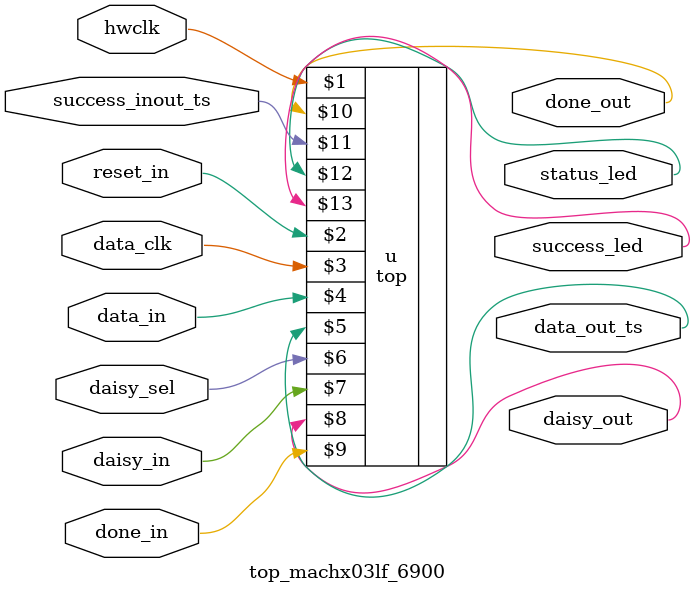
<source format=v>
`define MACHXO3

module top_machx03lf_6900
(
  hwclk,
  reset_in,
  // Global data
  data_clk,
  data_in,
  data_out_ts,
  // Daisy data
  daisy_sel,
  daisy_in,
  daisy_out,
  // Done flags
  done_in,
  done_out,
  // Success flags
  success_inout_ts,
  // Indicators
  status_led,
  success_led
);

    parameter POOL_SIZE       = 2;
    parameter POOL_SIZE_LOG2  = 1;
    parameter BASE_DIFFICULTY = 64;

    // 12 MHz ~ 56.25 MHz
    parameter PLL_DIVR = 4'b0000;
    parameter PLL_DIVF = 7'b1001010;
    parameter PLL_DIVQ = 3'b100;

    input wire hwclk;
    input wire reset_in;

    input wire data_clk;
    input wire data_in;
    output wire data_out_ts;

    input wire daisy_sel;
    input wire daisy_in;
    output wire daisy_out;

    input wire done_in;
    output wire done_out;

    inout wire success_inout_ts;

    output wire status_led;
    output wire success_led;

    top #(
      .POOL_SIZE(POOL_SIZE),
      .POOL_SIZE_LOG2(POOL_SIZE_LOG2),
      .BASE_DIFFICULTY(BASE_DIFFICULTY),
      .PLL_DIVR(PLL_DIVR),
      .PLL_DIVF(PLL_DIVF),
      .PLL_DIVQ(PLL_DIVQ)
    )
    u (
      hwclk,
      reset_in,
      // Global data
      data_clk,
      data_in,
      data_out_ts,
      // Daisy data
      daisy_sel,
      daisy_in,
      daisy_out,
      // Done flags
      done_in,
      done_out,
      // Success flags
      success_inout_ts,
      // Indicators
      status_led,
      success_led
    );

endmodule

</source>
